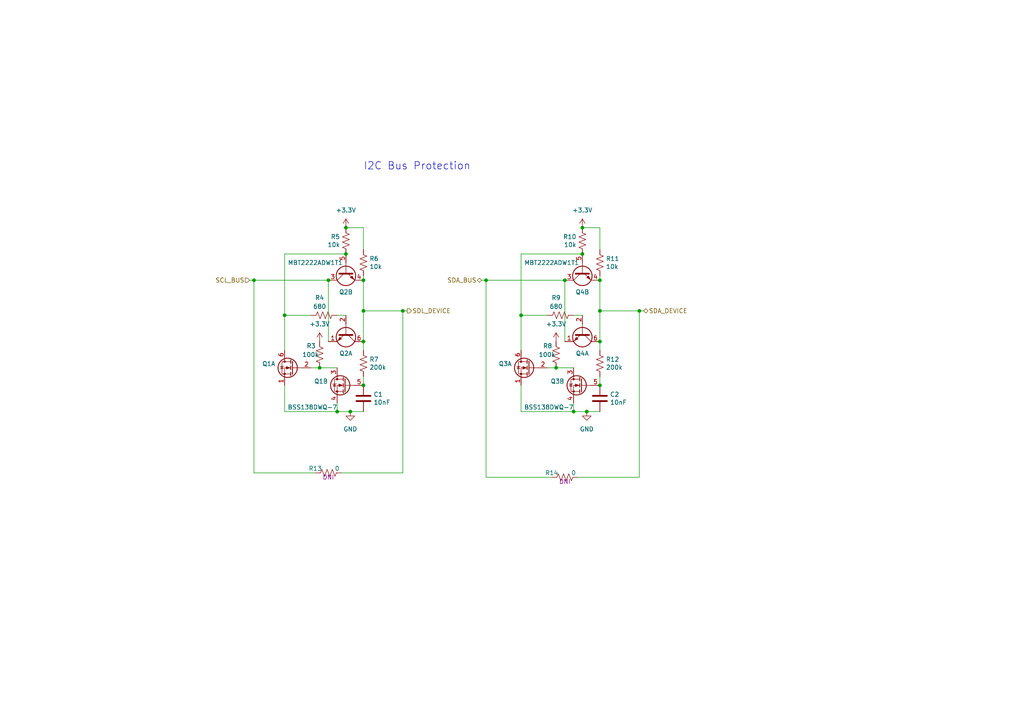
<source format=kicad_sch>
(kicad_sch (version 20230121) (generator eeschema)
  (paper "A4")
  (title_block (title "MPPT addon board") (rev "1.4"))
  (lib_symbols
    (symbol "Device:C" (pin_numbers hide) (pin_names (offset 0.254))
      (property "Reference" "C" (at 0.635 2.54 0))
      (property "Value" "C" (at 0.635 -2.54 0))
      (symbol "C_0_1"
        (polyline (pts (xy -2.032 -0.762) (xy 2.032 -0.762)) (stroke (width 0.508)))
        (polyline (pts (xy -2.032 0.762) (xy 2.032 0.762)) (stroke (width 0.508)))
      )
      (symbol "C_1_1"
        (pin passive line (at 0 3.81 270) (length 2.794) (name "~") (number "1"))
        (pin passive line (at 0 -3.81 90) (length 2.794) (name "~") (number "2"))
      )
    )
    (symbol "Device:R_US" (pin_numbers hide) (pin_names (offset 0))
      (property "Reference" "R" (at 2.54 0 90))
      (property "Value" "R_US" (at -2.54 0 90))
      (symbol "R_US_0_1"
        (polyline (pts (xy 0 -2.286) (xy 0 -2.54)))
        (polyline (pts (xy 0 2.286) (xy 0 2.54)))
        (polyline (pts (xy 0 -0.762) (xy 1.016 -1.143) (xy 0 -1.524) (xy -1.016 -1.905) (xy 0 -2.286)))
        (polyline (pts (xy 0 0.762) (xy 1.016 0.381) (xy 0 0) (xy -1.016 -0.381) (xy 0 -0.762)))
        (polyline (pts (xy 0 2.286) (xy 1.016 1.905) (xy 0 1.524) (xy -1.016 1.143) (xy 0 0.762)))
      )
      (symbol "R_US_1_1"
        (pin passive line (at 0 3.81 270) (length 1.27) (name "~") (number "1"))
        (pin passive line (at 0 -3.81 90) (length 1.27) (name "~") (number "2"))
      )
    )
    (symbol "Transistor_BJT:MBT2222ADW1T1" (pin_names (offset 0) hide)
      (property "Reference" "Q" (at 5.08 1.27 0))
      (property "Value" "MBT2222ADW1T1" (at 5.08 -1.27 0))
      (symbol "MBT2222ADW1T1_0_1"
        (polyline (pts (xy 0.635 0) (xy -2.54 0)))
        (polyline (pts (xy 0.635 0.635) (xy 2.54 2.54)))
        (polyline (pts (xy 0.635 -0.635) (xy 2.54 -2.54) (xy 2.54 -2.54)))
        (polyline (pts (xy 0.635 1.905) (xy 0.635 -1.905) (xy 0.635 -1.905)) (stroke (width 0.508)))
        (polyline (pts (xy 1.27 -1.778) (xy 1.778 -1.27) (xy 2.286 -2.286) (xy 1.27 -1.778) (xy 1.27 -1.778)) (fill (type outline)))
        (circle (center 1.27 0) (radius 2.8194) (stroke (width 0.254)))
      )
      (symbol "MBT2222ADW1T1_1_1"
        (pin passive line (at 2.54 -5.08 90) (length 2.54) (name "E1") (number "1"))
        (pin input line (at -5.08 0 0) (length 2.54) (name "B1") (number "2"))
        (pin passive line (at 2.54 5.08 270) (length 2.54) (name "C1") (number "6"))
      )
      (symbol "MBT2222ADW1T1_2_1"
        (pin passive line (at 2.54 5.08 270) (length 2.54) (name "C2") (number "3"))
        (pin passive line (at 2.54 -5.08 90) (length 2.54) (name "E2") (number "4"))
        (pin input line (at -5.08 0 0) (length 2.54) (name "B2") (number "5"))
      )
    )
    (symbol "mainboard:BSS138DWQ-7" (pin_names (offset 0.762) hide)
      (property "Reference" "Q" (at -2.54 5.08 0))
      (property "Value" "BSS138DWQ-7" (at 3.81 6.35 0))
      (symbol "BSS138DWQ-7_1_1"
        (polyline (pts (xy -1.016 0) (xy -3.81 0)))
        (polyline (pts (xy -1.016 1.905) (xy -1.016 -1.905)) (stroke (width 0.254)))
        (polyline (pts (xy -0.508 -1.27) (xy -0.508 -2.286)) (stroke (width 0.254)))
        (polyline (pts (xy -0.508 0.508) (xy -0.508 -0.508)) (stroke (width 0.254)))
        (polyline (pts (xy -0.508 2.286) (xy -0.508 1.27)) (stroke (width 0.254)))
        (polyline (pts (xy 1.27 2.54) (xy 1.27 1.778)))
        (polyline (pts (xy 1.27 -2.54) (xy 1.27 0) (xy -0.508 0)))
        (polyline (pts (xy -0.508 -1.778) (xy 2.032 -1.778) (xy 2.032 1.778) (xy -0.508 1.778)))
        (polyline (pts (xy -0.254 0) (xy 0.762 0.381) (xy 0.762 -0.381) (xy -0.254 0)) (fill (type outline)))
        (polyline (pts (xy 1.524 0.508) (xy 1.651 0.381) (xy 2.413 0.381) (xy 2.54 0.254)))
        (polyline (pts (xy 2.032 0.381) (xy 1.651 -0.254) (xy 2.413 -0.254) (xy 2.032 0.381)))
        (circle (center 0.381 0) (radius 2.794) (stroke (width 0.254)))
        (circle (center 1.27 -1.778) (radius 0.254) (fill (type outline)))
        (circle (center 1.27 1.778) (radius 0.254) (fill (type outline)))
        (pin passive line (at 1.27 -5.08 90) (length 2.54) (name "S2") (number "1"))
        (pin input line (at -6.35 0 0) (length 2.54) (name "G2") (number "2"))
        (pin passive line (at 1.27 5.08 270) (length 2.54) (name "D1") (number "6"))
      )
      (symbol "BSS138DWQ-7_2_1"
        (polyline (pts (xy -1.016 0) (xy -3.81 0)))
        (polyline (pts (xy -1.016 1.905) (xy -1.016 -1.905)) (stroke (width 0.254)))
        (polyline (pts (xy -0.508 -1.27) (xy -0.508 -2.286)) (stroke (width 0.254)))
        (polyline (pts (xy -0.508 0.508) (xy -0.508 -0.508)) (stroke (width 0.254)))
        (polyline (pts (xy -0.508 2.286) (xy -0.508 1.27)) (stroke (width 0.254)))
        (polyline (pts (xy 1.27 2.54) (xy 1.27 1.778)))
        (polyline (pts (xy 1.27 -2.54) (xy 1.27 0) (xy -0.508 0)))
        (polyline (pts (xy -0.508 -1.778) (xy 2.032 -1.778) (xy 2.032 1.778) (xy -0.508 1.778)))
        (polyline (pts (xy -0.254 0) (xy 0.762 0.381) (xy 0.762 -0.381) (xy -0.254 0)) (fill (type outline)))
        (polyline (pts (xy 1.524 0.508) (xy 1.651 0.381) (xy 2.413 0.381) (xy 2.54 0.254)))
        (polyline (pts (xy 2.032 0.381) (xy 1.651 -0.254) (xy 2.413 -0.254) (xy 2.032 0.381)))
        (circle (center 0.381 0) (radius 2.794) (stroke (width 0.254)))
        (circle (center 1.27 -1.778) (radius 0.254) (fill (type outline)))
        (circle (center 1.27 1.778) (radius 0.254) (fill (type outline)))
        (pin passive line (at 1.27 5.08 270) (length 2.54) (name "D2") (number "3"))
        (pin passive line (at 1.27 -5.08 90) (length 2.54) (name "S1") (number "4"))
        (pin input line (at -6.35 0 0) (length 2.54) (name "G1") (number "5"))
      )
    )
    (symbol "power:+3.3V" (power) (pin_names (offset 0))
      (property "Value" "+3.3V" (at 0 3.556 0))
      (symbol "+3.3V_0_1"
        (polyline (pts (xy -0.762 1.27) (xy 0 2.54)))
        (polyline (pts (xy 0 0) (xy 0 2.54)))
        (polyline (pts (xy 0 2.54) (xy 0.762 1.27)))
      )
      (symbol "+3.3V_1_1"
        (pin power_in line (at 0 0 90) (length 0) hide (name "+3.3V") (number "1"))
      )
    )
    (symbol "power:GND" (power) (pin_names (offset 0))
      (property "Value" "GND" (at 0 -3.81 0))
      (symbol "GND_0_1"
        (polyline (pts (xy 0 0) (xy 0 -1.27) (xy 1.27 -1.27) (xy 0 -2.54) (xy -1.27 -1.27) (xy 0 -1.27)))
      )
      (symbol "GND_1_1"
        (pin power_in line (at 0 0 270) (length 0) hide (name "GND") (number "1"))
      )
    )
  )
  (junction (at 173.99 99.06))
  (junction (at 105.41 111.76))
  (junction (at 105.41 90.17))
  (junction (at 105.41 99.06))
  (junction (at 185.42 90.17))
  (junction (at 105.41 81.28))
  (junction (at 100.33 66.04))
  (junction (at 97.79 119.38))
  (junction (at 82.55 91.44))
  (junction (at 116.84 90.17))
  (junction (at 173.99 81.28))
  (junction (at 168.91 66.04))
  (junction (at 73.66 81.28))
  (junction (at 161.29 106.68))
  (junction (at 170.18 119.38))
  (junction (at 163.83 81.28))
  (junction (at 168.91 73.66))
  (junction (at 140.97 81.28))
  (junction (at 151.13 91.44))
  (junction (at 166.37 119.38))
  (junction (at 95.25 81.28))
  (junction (at 92.71 106.68))
  (junction (at 173.99 111.76))
  (junction (at 101.6 119.38))
  (junction (at 100.33 73.66))
  (junction (at 173.99 90.17))
  (wire (pts (xy 118.11 90.17) (xy 116.84 90.17)))
  (wire (pts (xy 151.13 111.76) (xy 151.13 119.38)))
  (wire (pts (xy 151.13 91.44) (xy 158.75 91.44)))
  (wire (pts (xy 105.41 99.06) (xy 105.41 90.17)))
  (wire (pts (xy 116.84 90.17) (xy 105.41 90.17)))
  (wire (pts (xy 97.79 106.68) (xy 92.71 106.68)))
  (wire (pts (xy 100.33 91.44) (xy 97.79 91.44)))
  (wire (pts (xy 82.55 101.6) (xy 82.55 91.44)))
  (wire (pts (xy 105.41 101.6) (xy 105.41 99.06)))
  (wire (pts (xy 163.83 81.28) (xy 163.83 99.06)))
  (wire (pts (xy 166.37 119.38) (xy 170.18 119.38)))
  (wire (pts (xy 105.41 109.22) (xy 105.41 111.76)))
  (wire (pts (xy 170.18 119.38) (xy 173.99 119.38)))
  (wire (pts (xy 116.84 137.16) (xy 116.84 90.17)))
  (wire (pts (xy 73.66 137.16) (xy 91.44 137.16)))
  (wire (pts (xy 82.55 111.76) (xy 82.55 119.38)))
  (wire (pts (xy 173.99 99.06) (xy 173.99 90.17)))
  (wire (pts (xy 101.6 119.38) (xy 105.41 119.38)))
  (wire (pts (xy 105.41 66.04) (xy 100.33 66.04)))
  (wire (pts (xy 186.69 90.17) (xy 185.42 90.17)))
  (wire (pts (xy 185.42 90.17) (xy 173.99 90.17)))
  (wire (pts (xy 73.66 81.28) (xy 95.25 81.28)))
  (wire (pts (xy 151.13 91.44) (xy 151.13 73.66)))
  (wire (pts (xy 185.42 90.17) (xy 185.42 138.43)))
  (wire (pts (xy 173.99 109.22) (xy 173.99 111.76)))
  (wire (pts (xy 151.13 119.38) (xy 166.37 119.38)))
  (wire (pts (xy 82.55 91.44) (xy 90.17 91.44)))
  (wire (pts (xy 161.29 106.68) (xy 158.75 106.68)))
  (wire (pts (xy 72.39 81.28) (xy 73.66 81.28)))
  (wire (pts (xy 173.99 72.39) (xy 173.99 66.04)))
  (wire (pts (xy 151.13 101.6) (xy 151.13 91.44)))
  (wire (pts (xy 92.71 106.68) (xy 90.17 106.68)))
  (wire (pts (xy 99.06 137.16) (xy 116.84 137.16)))
  (wire (pts (xy 97.79 116.84) (xy 97.79 119.38)))
  (wire (pts (xy 105.41 80.01) (xy 105.41 81.28)))
  (wire (pts (xy 105.41 72.39) (xy 105.41 66.04)))
  (wire (pts (xy 151.13 73.66) (xy 168.91 73.66)))
  (wire (pts (xy 95.25 81.28) (xy 95.25 99.06)))
  (wire (pts (xy 166.37 116.84) (xy 166.37 119.38)))
  (wire (pts (xy 173.99 101.6) (xy 173.99 99.06)))
  (wire (pts (xy 140.97 138.43) (xy 140.97 81.28)))
  (wire (pts (xy 82.55 73.66) (xy 100.33 73.66)))
  (wire (pts (xy 105.41 90.17) (xy 105.41 81.28)))
  (wire (pts (xy 168.91 91.44) (xy 166.37 91.44)))
  (wire (pts (xy 173.99 66.04) (xy 168.91 66.04)))
  (wire (pts (xy 166.37 106.68) (xy 161.29 106.68)))
  (wire (pts (xy 173.99 90.17) (xy 173.99 81.28)))
  (wire (pts (xy 139.7 81.28) (xy 140.97 81.28)))
  (wire (pts (xy 82.55 91.44) (xy 82.55 73.66)))
  (wire (pts (xy 73.66 137.16) (xy 73.66 81.28)))
  (wire (pts (xy 97.79 119.38) (xy 101.6 119.38)))
  (wire (pts (xy 173.99 80.01) (xy 173.99 81.28)))
  (wire (pts (xy 140.97 81.28) (xy 163.83 81.28)))
  (wire (pts (xy 82.55 119.38) (xy 97.79 119.38)))
  (wire (pts (xy 140.97 138.43) (xy 160.02 138.43)))
  (wire (pts (xy 167.64 138.43) (xy 185.42 138.43)))
  (text "I2C Bus Protection" (at 105.41 49.53 0) (effects (font (size 2.159 2.159)) (justify left bottom)))
  (hierarchical_label "SDL_DEVICE" (shape output) (at 118.11 90.17 0))
  (hierarchical_label "SCL_BUS" (shape input) (at 72.39 81.28 180))
  (hierarchical_label "SDA_DEVICE" (shape bidirectional) (at 186.69 90.17 0))
  (hierarchical_label "SDA_BUS" (shape bidirectional) (at 139.7 81.28 180))
  (symbol (lib_id "Device:R_US") (at 92.71 102.87 0) (unit 1)
    (property "Reference" "R3" (at 88.9 100.33 0) (effects (justify left)))
    (property "Value" "100k" (at 87.63 102.87 0) (effects (justify left)))
    (property "Footprint" "Resistor_SMD:R_0603_1608Metric" (effects hide))
    (property "Description" "100K 0603" (effects hide))
    (instances (project "MPPT_addon_board" (path "" (reference "R3") (unit 1)) (path "" (reference "R17") (unit 1))) (project "mainboard" (path "" (reference "R93") (unit 1))) (project "Bus_Protection" (path "" (reference "R93") (unit 1))))
  )
  (symbol (lib_id "Device:R_US") (at 173.99 105.41 0) (unit 1)
    (property "Reference" "R12" (at 175.7172 104.2416 0) (effects (justify left)))
    (property "Value" "200k" (at 175.7172 106.553 0) (effects (justify left)))
    (property "Footprint" "Resistor_SMD:R_0603_1608Metric" (effects hide))
    (property "Description" "200K 0603" (effects hide))
    (instances (project "MPPT_addon_board" (path "" (reference "R12") (unit 1)) (path "" (reference "R28") (unit 1))) (project "mainboard" (path "" (reference "R96") (unit 1))) (project "Bus_Protection" (path "" (reference "R96") (unit 1))))
  )
  (symbol (lib_id "Device:R_US") (at 163.83 138.43 270) (unit 1)
    (property "Reference" "R14" (at 160.02 137.16 90))
    (property "Value" "0" (at 166.37 137.16 90))
    (property "Footprint" "Resistor_SMD:R_0603_1608Metric" (effects hide))
    (property "DNI" "DNI" (at 163.83 139.7 90))
    (property "Description" "0 0603" (effects hide))
    (instances (project "MPPT_addon_board" (path "" (reference "R14") (unit 1)) (path "" (reference "R25") (unit 1))) (project "mainboard" (path "" (reference "R109") (unit 1))) (project "Bus_Protection" (path "" (reference "R109") (unit 1))))
  )
  (symbol (lib_id "mainboard:BSS138DWQ-7") (at 167.64 111.76 0) (mirror y) (unit 2)
    (property "Reference" "Q3" (at 163.703 110.5916 0) (effects (justify left)))
    (property "Value" "BSS138DWQ-7" (effects hide))
    (property "Footprint" "mainboard:BSS138DWQ-7" (effects hide))
    (property "Datasheet" "https://www.diodes.com/assets/Datasheets/BSS138DWQ.pdf" (effects hide))
    (property "Description" "MOSFET BSS Family" (effects hide))
    (property "Flight" "BSS138DWQ-7" (effects hide))
    (property "Manufacturer_Name" "Diodes Inc." (effects hide))
    (property "Manufacturer_Part_Number" "BSS138DWQ-7" (effects hide))
    (property "Proto" "BSS138DWQ-7" (effects hide))
    (property "Height" "1.1" (effects hide))
    (property "Mouser Part Number" "621-BSS138DWQ-7" (effects hide))
    (property "Mouser Price/Stock" "https://www.mouser.co.uk/ProductDetail/Diodes-Incorporated/BSS138DWQ-7?qs=nJRy1mI8RR9wz3YdMQOQIA%3D%3D" (effects hide))
    (instances (project "MPPT_addon_board" (path "" (reference "Q3") (unit 2)) (path "" (reference "Q7") (unit 2))) (project "mainboard" (path "" (reference "Q19") (unit 2))) (project "Bus_Protection" (path "" (reference "Q19") (unit 2))))
  )
  (symbol (lib_id "Transistor_BJT:MBT2222ADW1T1") (at 168.91 78.74 90) (mirror x) (unit 2)
    (property "Reference" "Q4" (at 168.91 84.709 90))
    (property "Value" "MBT2222ADW1T1" (at 160.02 76.2 90))
    (property "Footprint" "Package_TO_SOT_SMD:SOT-363_SC-70-6" (effects hide))
    (property "Datasheet" "http://www.onsemi.com/pub_link/Collateral/MBT2222ADW1T1-D.PDF" (effects hide))
    (property "Description" "Dual NPN BJT - 2NPN" (effects hide))
    (property "Flight" "MBT2222ADW1T1G" (effects hide))
    (property "Manufacturer_Name" "ON Semiconductor" (effects hide))
    (property "Manufacturer_Part_Number" "MBT2222ADW1T1G" (effects hide))
    (property "Proto" "MBT2222ADW1T1G" (effects hide))
    (instances (project "MPPT_addon_board" (path "" (reference "Q4") (unit 2)) (path "" (reference "Q8") (unit 2))) (project "mainboard" (path "" (reference "Q16") (unit 2))) (project "Bus_Protection" (path "" (reference "Q16") (unit 2))))
  )
  (symbol (lib_id "power:GND") (at 101.6 119.38 0) (unit 1)
    (property "Reference" "#PWR020" (effects hide))
    (property "Value" "GND" (at 101.6 124.46 0))
    (instances (project "MPPT_addon_board" (path "" (reference "#PWR020") (unit 1)) (path "" (reference "#PWR021") (unit 1))))
  )
  (symbol (lib_id "mainboard:BSS138DWQ-7") (at 99.06 111.76 0) (mirror y) (unit 2)
    (property "Reference" "Q1" (at 95.123 110.5916 0) (effects (justify left)))
    (property "Value" "BSS138DWQ-7" (effects hide))
    (property "Footprint" "mainboard:BSS138DWQ-7" (effects hide))
    (property "Datasheet" "https://www.diodes.com/assets/Datasheets/BSS138DWQ.pdf" (effects hide))
    (property "Description" "MOSFET BSS Family" (effects hide))
    (property "Flight" "BSS138DWQ-7" (effects hide))
    (property "Manufacturer_Name" "Diodes Inc." (effects hide))
    (property "Manufacturer_Part_Number" "BSS138DWQ-7" (effects hide))
    (property "Proto" "BSS138DWQ-7" (effects hide))
    (property "Height" "1.1" (effects hide))
    (property "Mouser Part Number" "621-BSS138DWQ-7" (effects hide))
    (property "Mouser Price/Stock" "https://www.mouser.co.uk/ProductDetail/Diodes-Incorporated/BSS138DWQ-7?qs=nJRy1mI8RR9wz3YdMQOQIA%3D%3D" (effects hide))
    (instances (project "MPPT_addon_board" (path "" (reference "Q1") (unit 2)) (path "" (reference "Q5") (unit 2))) (project "mainboard" (path "" (reference "Q18") (unit 2))) (project "Bus_Protection" (path "" (reference "Q18") (unit 2))))
  )
  (symbol (lib_id "power:+3.3V") (at 161.29 99.06 0) (unit 1)
    (property "Reference" "#PWR013" (effects hide))
    (property "Value" "+3.3V" (at 161.29 93.98 0))
    (instances (project "MPPT_addon_board" (path "" (reference "#PWR013") (unit 1)) (path "" (reference "#PWR029") (unit 1)) (path "" (reference "#PWR030") (unit 1))))
  )
  (symbol (lib_id "Device:R_US") (at 93.98 91.44 270) (unit 1)
    (property "Reference" "R4" (at 92.71 86.36 90))
    (property "Value" "680" (at 92.71 88.9 90))
    (property "Footprint" "Resistor_SMD:R_0603_1608Metric" (effects hide))
    (property "Description" "680 0603" (effects hide))
    (instances (project "MPPT_addon_board" (path "" (reference "R4") (unit 1)) (path "" (reference "R18") (unit 1))) (project "mainboard" (path "" (reference "R86") (unit 1))) (project "Bus_Protection" (path "" (reference "R86") (unit 1))))
  )
  (symbol (lib_id "Device:R_US") (at 105.41 76.2 0) (unit 1)
    (property "Reference" "R6" (at 107.1372 75.0316 0) (effects (justify left)))
    (property "Value" "10k" (at 107.1372 77.343 0) (effects (justify left)))
    (property "Footprint" "Resistor_SMD:R_0603_1608Metric" (effects hide))
    (property "Description" "10K 0603" (effects hide))
    (instances (project "MPPT_addon_board" (path "" (reference "R6") (unit 1)) (path "" (reference "R21") (unit 1))) (project "mainboard" (path "" (reference "R84") (unit 1))) (project "Bus_Protection" (path "" (reference "R84") (unit 1))))
  )
  (symbol (lib_id "Device:C") (at 173.99 115.57 0) (unit 1)
    (property "Reference" "C2" (at 176.911 114.4016 0) (effects (justify left)))
    (property "Value" "10nF" (at 176.911 116.713 0) (effects (justify left)))
    (property "Footprint" "Capacitor_SMD:C_0603_1608Metric" (effects hide))
    (property "Description" "10nF +-10% 50V X7R" (effects hide))
    (instances (project "MPPT_addon_board" (path "" (reference "C2") (unit 1)) (path "" (reference "C4") (unit 1))) (project "mainboard" (path "" (reference "C42") (unit 1))) (project "Bus_Protection" (path "" (reference "C42") (unit 1))))
  )
  (symbol (lib_id "Device:R_US") (at 162.56 91.44 270) (unit 1)
    (property "Reference" "R9" (at 161.29 86.36 90))
    (property "Value" "680" (at 161.29 88.9 90))
    (property "Footprint" "Resistor_SMD:R_0603_1608Metric" (effects hide))
    (property "Description" "680 0603" (effects hide))
    (instances (project "MPPT_addon_board" (path "" (reference "R9") (unit 1)) (path "" (reference "R24") (unit 1))) (project "mainboard" (path "" (reference "R87") (unit 1))) (project "Bus_Protection" (path "" (reference "R87") (unit 1))))
  )
  (symbol (lib_id "power:+3.3V") (at 100.33 66.04 0) (unit 1)
    (property "Reference" "#PWR013" (effects hide))
    (property "Value" "+3.3V" (at 100.33 60.96 0))
    (instances (project "MPPT_addon_board" (path "" (reference "#PWR013") (unit 1)) (path "" (reference "#PWR014") (unit 1)) (path "" (reference "#PWR015") (unit 1))))
  )
  (symbol (lib_id "Device:R_US") (at 173.99 76.2 0) (unit 1)
    (property "Reference" "R11" (at 175.7172 75.0316 0) (effects (justify left)))
    (property "Value" "10k" (at 175.7172 77.343 0) (effects (justify left)))
    (property "Footprint" "Resistor_SMD:R_0603_1608Metric" (effects hide))
    (property "Description" "10K 0603" (effects hide))
    (instances (project "MPPT_addon_board" (path "" (reference "R11") (unit 1)) (path "" (reference "R27") (unit 1))) (project "mainboard" (path "" (reference "R85") (unit 1))) (project "Bus_Protection" (path "" (reference "R85") (unit 1))))
  )
  (symbol (lib_id "Device:R_US") (at 161.29 102.87 0) (unit 1)
    (property "Reference" "R8" (at 157.48 100.33 0) (effects (justify left)))
    (property "Value" "100k" (at 156.21 102.87 0) (effects (justify left)))
    (property "Footprint" "Resistor_SMD:R_0603_1608Metric" (effects hide))
    (property "Description" "100K 0603" (effects hide))
    (instances (project "MPPT_addon_board" (path "" (reference "R8") (unit 1)) (path "" (reference "R23") (unit 1))) (project "mainboard" (path "" (reference "R94") (unit 1))) (project "Bus_Protection" (path "" (reference "R94") (unit 1))))
  )
  (symbol (lib_id "Device:C") (at 105.41 115.57 0) (unit 1)
    (property "Reference" "C1" (at 108.331 114.4016 0) (effects (justify left)))
    (property "Value" "10nF" (at 108.331 116.713 0) (effects (justify left)))
    (property "Footprint" "Capacitor_SMD:C_0603_1608Metric" (effects hide))
    (property "Description" "10nF +-10% 50V X7R" (effects hide))
    (instances (project "MPPT_addon_board" (path "" (reference "C1") (unit 1)) (path "" (reference "C3") (unit 1))) (project "mainboard" (path "" (reference "C41") (unit 1))) (project "Bus_Protection" (path "" (reference "C41") (unit 1))))
  )
  (symbol (lib_id "Device:R_US") (at 105.41 105.41 0) (unit 1)
    (property "Reference" "R7" (at 107.1372 104.2416 0) (effects (justify left)))
    (property "Value" "200k" (at 107.1372 106.553 0) (effects (justify left)))
    (property "Footprint" "Resistor_SMD:R_0603_1608Metric" (effects hide))
    (property "Description" "200K 0603" (effects hide))
    (instances (project "MPPT_addon_board" (path "" (reference "R7") (unit 1)) (path "" (reference "R22") (unit 1))) (project "mainboard" (path "" (reference "R95") (unit 1))) (project "Bus_Protection" (path "" (reference "R95") (unit 1))))
  )
  (symbol (lib_id "Device:R_US") (at 95.25 137.16 270) (unit 1)
    (property "Reference" "R13" (at 91.44 135.89 90))
    (property "Value" "0" (at 97.79 135.89 90))
    (property "Footprint" "Resistor_SMD:R_0603_1608Metric" (effects hide))
    (property "DNI" "DNI" (at 95.25 138.43 90))
    (property "Description" "0 0603" (effects hide))
    (instances (project "MPPT_addon_board" (path "" (reference "R13") (unit 1)) (path "" (reference "R19") (unit 1))) (project "mainboard" (path "" (reference "R108") (unit 1))) (project "Bus_Protection" (path "" (reference "R108") (unit 1))))
  )
  (symbol (lib_id "Transistor_BJT:MBT2222ADW1T1") (at 168.91 96.52 270) (unit 1)
    (property "Reference" "Q4" (at 168.91 102.5144 90))
    (property "Value" "MBT2222ADW1T1" (effects hide))
    (property "Footprint" "Package_TO_SOT_SMD:SOT-363_SC-70-6" (effects hide))
    (property "Datasheet" "http://www.onsemi.com/pub_link/Collateral/MBT2222ADW1T1-D.PDF" (effects hide))
    (property "Description" "Dual NPN BJT - 2NPN" (effects hide))
    (property "Flight" "MBT2222ADW1T1G" (effects hide))
    (property "Manufacturer_Name" "ON Semiconductor" (effects hide))
    (property "Manufacturer_Part_Number" "MBT2222ADW1T1G" (effects hide))
    (property "Proto" "MBT2222ADW1T1G" (effects hide))
    (instances (project "MPPT_addon_board" (path "" (reference "Q4") (unit 1)) (path "" (reference "Q8") (unit 1))) (project "mainboard" (path "" (reference "Q16") (unit 1))) (project "Bus_Protection" (path "" (reference "Q16") (unit 1))))
  )
  (symbol (lib_id "Transistor_BJT:MBT2222ADW1T1") (at 100.33 78.74 90) (mirror x) (unit 2)
    (property "Reference" "Q2" (at 100.33 84.709 90))
    (property "Value" "MBT2222ADW1T1" (at 91.44 76.2 90))
    (property "Footprint" "Package_TO_SOT_SMD:SOT-363_SC-70-6" (effects hide))
    (property "Datasheet" "http://www.onsemi.com/pub_link/Collateral/MBT2222ADW1T1-D.PDF" (effects hide))
    (property "Description" "Dual NPN BJT - 2NPN" (effects hide))
    (property "Flight" "MBT2222ADW1T1G" (effects hide))
    (property "Manufacturer_Name" "ON Semiconductor" (effects hide))
    (property "Manufacturer_Part_Number" "MBT2222ADW1T1G" (effects hide))
    (property "Proto" "MBT2222ADW1T1G" (effects hide))
    (instances (project "MPPT_addon_board" (path "" (reference "Q2") (unit 2)) (path "" (reference "Q6") (unit 2))) (project "mainboard" (path "" (reference "Q15") (unit 2))) (project "Bus_Protection" (path "" (reference "Q15") (unit 2))))
  )
  (symbol (lib_id "Transistor_BJT:MBT2222ADW1T1") (at 100.33 96.52 270) (unit 1)
    (property "Reference" "Q2" (at 100.33 102.5144 90))
    (property "Value" "MBT2222ADW1T1" (effects hide))
    (property "Footprint" "Package_TO_SOT_SMD:SOT-363_SC-70-6" (effects hide))
    (property "Datasheet" "http://www.onsemi.com/pub_link/Collateral/MBT2222ADW1T1-D.PDF" (effects hide))
    (property "Description" "Dual NPN BJT - 2NPN" (effects hide))
    (property "Flight" "MBT2222ADW1T1G" (effects hide))
    (property "Manufacturer_Name" "ON Semiconductor" (effects hide))
    (property "Manufacturer_Part_Number" "MBT2222ADW1T1G" (effects hide))
    (property "Proto" "MBT2222ADW1T1G" (effects hide))
    (instances (project "MPPT_addon_board" (path "" (reference "Q2") (unit 1)) (path "" (reference "Q6") (unit 1))) (project "mainboard" (path "" (reference "Q15") (unit 1))) (project "Bus_Protection" (path "" (reference "Q15") (unit 1))))
  )
  (symbol (lib_id "Device:R_US") (at 168.91 69.85 0) (unit 1)
    (property "Reference" "R10" (at 167.2082 68.6816 0) (effects (justify right)))
    (property "Value" "10k" (at 167.2082 70.993 0) (effects (justify right)))
    (property "Footprint" "Resistor_SMD:R_0603_1608Metric" (effects hide))
    (property "Description" "10K 0603" (effects hide))
    (instances (project "MPPT_addon_board" (path "" (reference "R10") (unit 1)) (path "" (reference "R26") (unit 1))) (project "mainboard" (path "" (reference "R83") (unit 1))) (project "Bus_Protection" (path "" (reference "R83") (unit 1))))
  )
  (symbol (lib_id "power:+3.3V") (at 168.91 66.04 0) (unit 1)
    (property "Reference" "#PWR013" (effects hide))
    (property "Value" "+3.3V" (at 168.91 60.96 0))
    (instances (project "MPPT_addon_board" (path "" (reference "#PWR013") (unit 1)) (path "" (reference "#PWR016") (unit 1)) (path "" (reference "#PWR017") (unit 1))))
  )
  (symbol (lib_id "Device:R_US") (at 100.33 69.85 0) (unit 1)
    (property "Reference" "R5" (at 98.6282 68.6816 0) (effects (justify right)))
    (property "Value" "10k" (at 98.6282 70.993 0) (effects (justify right)))
    (property "Footprint" "Resistor_SMD:R_0603_1608Metric" (effects hide))
    (property "Description" "10K 0603" (effects hide))
    (instances (project "MPPT_addon_board" (path "" (reference "R5") (unit 1)) (path "" (reference "R20") (unit 1))) (project "mainboard" (path "" (reference "R82") (unit 1))) (project "Bus_Protection" (path "" (reference "R82") (unit 1))))
  )
  (symbol (lib_id "mainboard:BSS138DWQ-7") (at 152.4 106.68 0) (mirror y) (unit 1)
    (property "Reference" "Q3" (at 148.463 105.5116 0) (effects (justify left)))
    (property "Value" "BSS138DWQ-7" (at 166.37 118.11 0) (effects (justify left)))
    (property "Footprint" "mainboard:BSS138DWQ-7" (effects hide))
    (property "Datasheet" "https://www.diodes.com/assets/Datasheets/BSS138DWQ.pdf" (effects hide))
    (property "Description" "MOSFET BSS Family" (effects hide))
    (property "Flight" "BSS138DWQ-7" (effects hide))
    (property "Manufacturer_Name" "Diodes Inc." (effects hide))
    (property "Manufacturer_Part_Number" "BSS138DWQ-7" (effects hide))
    (property "Proto" "BSS138DWQ-7" (effects hide))
    (property "Height" "1.1" (effects hide))
    (property "Mouser Part Number" "621-BSS138DWQ-7" (effects hide))
    (property "Mouser Price/Stock" "https://www.mouser.co.uk/ProductDetail/Diodes-Incorporated/BSS138DWQ-7?qs=nJRy1mI8RR9wz3YdMQOQIA%3D%3D" (effects hide))
    (instances (project "MPPT_addon_board" (path "" (reference "Q3") (unit 1)) (path "" (reference "Q7") (unit 1))) (project "mainboard" (path "" (reference "Q19") (unit 1))) (project "Bus_Protection" (path "" (reference "Q19") (unit 1))))
  )
  (symbol (lib_id "power:GND") (at 170.18 119.38 0) (unit 1)
    (property "Reference" "#PWR018" (effects hide))
    (property "Value" "GND" (at 170.18 124.46 0))
    (instances (project "MPPT_addon_board" (path "" (reference "#PWR018") (unit 1)) (path "" (reference "#PWR019") (unit 1))))
  )
  (symbol (lib_id "mainboard:BSS138DWQ-7") (at 83.82 106.68 0) (mirror y) (unit 1)
    (property "Reference" "Q1" (at 79.883 105.5116 0) (effects (justify left)))
    (property "Value" "BSS138DWQ-7" (at 97.79 118.11 0) (effects (justify left)))
    (property "Footprint" "mainboard:BSS138DWQ-7" (effects hide))
    (property "Datasheet" "https://www.diodes.com/assets/Datasheets/BSS138DWQ.pdf" (effects hide))
    (property "Description" "MOSFET BSS Family" (effects hide))
    (property "Flight" "BSS138DWQ-7" (effects hide))
    (property "Manufacturer_Name" "Diodes Inc." (effects hide))
    (property "Manufacturer_Part_Number" "BSS138DWQ-7" (effects hide))
    (property "Proto" "BSS138DWQ-7" (effects hide))
    (property "Height" "1.1" (effects hide))
    (property "Mouser Part Number" "621-BSS138DWQ-7" (effects hide))
    (property "Mouser Price/Stock" "https://www.mouser.co.uk/ProductDetail/Diodes-Incorporated/BSS138DWQ-7?qs=nJRy1mI8RR9wz3YdMQOQIA%3D%3D" (effects hide))
    (instances (project "MPPT_addon_board" (path "" (reference "Q1") (unit 1)) (path "" (reference "Q5") (unit 1))) (project "mainboard" (path "" (reference "Q18") (unit 1))) (project "Bus_Protection" (path "" (reference "Q18") (unit 1))))
  )
  (symbol (lib_id "power:+3.3V") (at 92.71 99.06 0) (unit 1)
    (property "Reference" "#PWR013" (effects hide))
    (property "Value" "+3.3V" (at 92.71 93.98 0))
    (instances (project "MPPT_addon_board" (path "" (reference "#PWR013") (unit 1)) (path "" (reference "#PWR027") (unit 1)) (path "" (reference "#PWR028") (unit 1))))
  )
)
</source>
